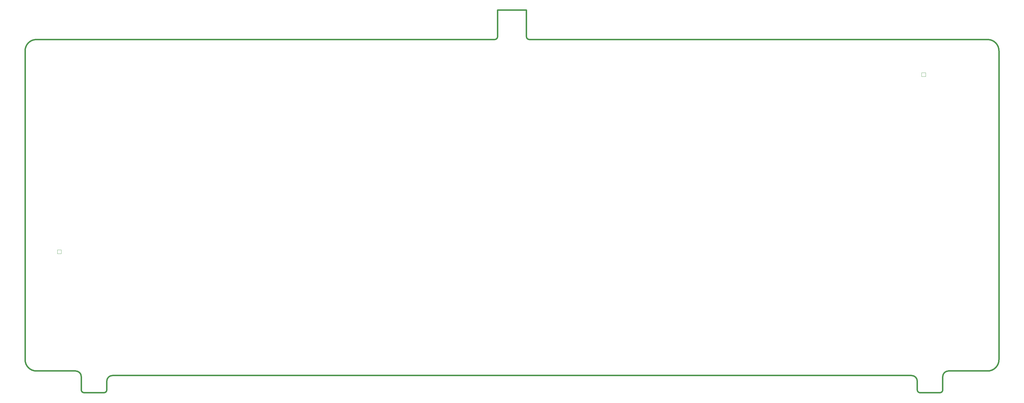
<source format=gbr>
%TF.GenerationSoftware,KiCad,Pcbnew,8.0.1*%
%TF.CreationDate,2025-07-12T18:26:11+09:00*%
%TF.ProjectId,lzIron_RP2040,6c7a4972-6f6e-45f5-9250-323034302e6b,rev?*%
%TF.SameCoordinates,Original*%
%TF.FileFunction,Profile,NP*%
%FSLAX46Y46*%
G04 Gerber Fmt 4.6, Leading zero omitted, Abs format (unit mm)*
G04 Created by KiCad (PCBNEW 8.0.1) date 2025-07-12 18:26:11*
%MOMM*%
%LPD*%
G01*
G04 APERTURE LIST*
%TA.AperFunction,Profile*%
%ADD10C,0.500000*%
%TD*%
%TA.AperFunction,Profile*%
%ADD11C,0.050000*%
%TD*%
G04 APERTURE END LIST*
D10*
X161017500Y-36343752D02*
X161017500Y-45712500D01*
X307917502Y-165775150D02*
X307917502Y-170443750D01*
X-11913750Y-163775000D02*
G75*
G02*
X-15913750Y-159775001I0J4000000D01*
G01*
X1917499Y-163775000D02*
G75*
G02*
X3917500Y-165774999I1J-2000000D01*
G01*
X4917502Y-171443749D02*
G75*
G02*
X3917491Y-170443746I-2J1000009D01*
G01*
X12917503Y-170443746D02*
G75*
G02*
X11917500Y-171443743I-999993J-4D01*
G01*
X162017500Y-46712500D02*
G75*
G02*
X161017500Y-45712500I0J1000000D01*
G01*
X323748700Y-163775000D02*
X309903744Y-163775000D01*
X12917503Y-167374999D02*
X12917503Y-170443746D01*
X306917500Y-171443749D02*
X299917500Y-171443749D01*
X296917500Y-165375000D02*
G75*
G02*
X298917500Y-167375000I0J-2000000D01*
G01*
X327748750Y-159774950D02*
G75*
G02*
X323748700Y-163775050I-4000150J50D01*
G01*
X323748700Y-46712500D02*
G75*
G02*
X327748700Y-50712550I0J-4000000D01*
G01*
X-15913750Y-159775001D02*
X-15913750Y-50712500D01*
X-15913750Y-50712500D02*
G75*
G02*
X-11913751Y-46712500I4000000J0D01*
G01*
X11917500Y-171443749D02*
X4917502Y-171443749D01*
X162017500Y-46712500D02*
X323748700Y-46712500D01*
X150817500Y-36343752D02*
X161017500Y-36343752D01*
X1917499Y-163775000D02*
X-11913750Y-163775000D01*
X3917498Y-170443746D02*
X3917498Y-165774999D01*
X296917500Y-165375000D02*
X14917502Y-165375000D01*
X150817500Y-45712500D02*
X150817500Y-36343752D01*
X299917500Y-171443749D02*
G75*
G02*
X298917551Y-170443749I0J999949D01*
G01*
X307917502Y-165775150D02*
G75*
G02*
X309903744Y-163774951I2000298J-50D01*
G01*
X150817500Y-45712500D02*
G75*
G02*
X149817502Y-46712500I-1000000J0D01*
G01*
X307917502Y-170443750D02*
G75*
G02*
X306917500Y-171443702I-999902J-50D01*
G01*
X12917503Y-167374999D02*
G75*
G02*
X14917502Y-165375003I1999997J-1D01*
G01*
X327748750Y-50712550D02*
X327748750Y-159774950D01*
X298917497Y-170443749D02*
X298917497Y-167375000D01*
X-11913751Y-46712500D02*
X149817502Y-46712500D01*
D11*
%TO.C,D92*%
X-3175000Y-122375000D02*
X-4575000Y-122375000D01*
X-4575000Y-120975000D01*
X-3175000Y-120975000D01*
X-3175000Y-122375000D01*
%TO.C,D90*%
X300475000Y-59775000D02*
X301875000Y-59775000D01*
X301875000Y-58375000D01*
X300475000Y-58375000D01*
X300475000Y-59775000D01*
%TD*%
M02*

</source>
